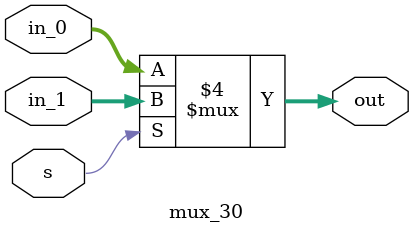
<source format=v>
`timescale 1ns / 1ps
module mux_30(
	input[29:0]in_0,in_1,
	input s,
	output reg[29:0]out
    );
	always@(in_0 or in_1 or s)
	begin
		if(s==0) out=in_0;
		else out=in_1;
	end

endmodule

</source>
